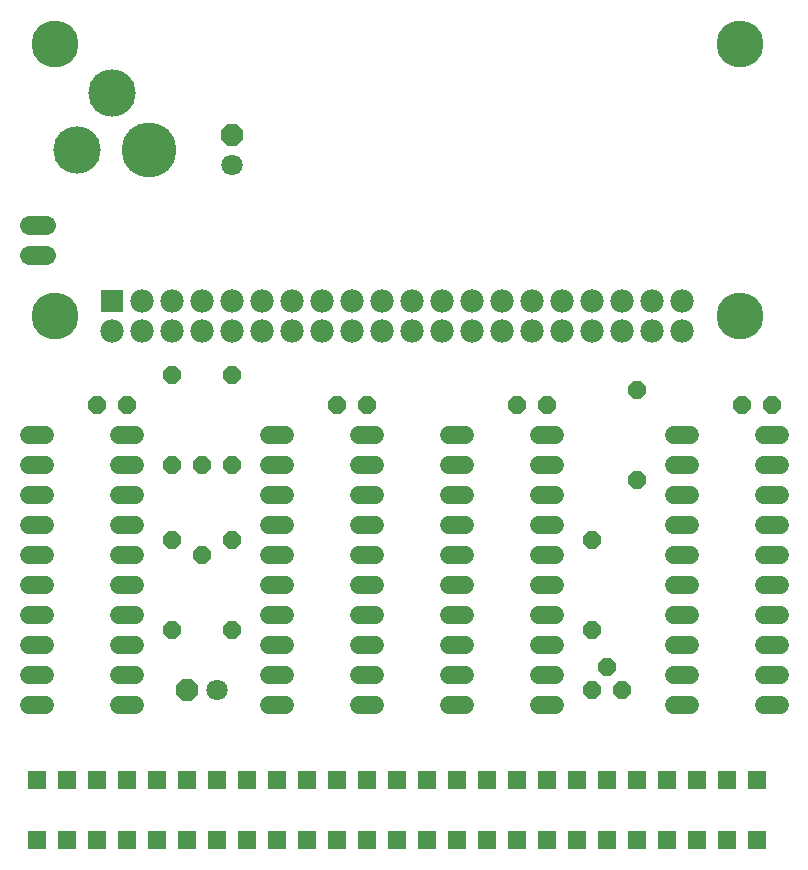
<source format=gts>
G04 EAGLE Gerber RS-274X export*
G75*
%MOMM*%
%FSLAX34Y34*%
%LPD*%
%INSoldermask Top*%
%IPPOS*%
%AMOC8*
5,1,8,0,0,1.08239X$1,22.5*%
G01*
%ADD10R,1.611200X1.611200*%
%ADD11P,1.649562X8X202.500000*%
%ADD12P,1.951982X8X202.500000*%
%ADD13C,1.803400*%
%ADD14R,1.981200X1.981200*%
%ADD15C,1.981200*%
%ADD16C,3.969200*%
%ADD17C,1.524000*%
%ADD18C,1.625600*%
%ADD19C,4.648200*%
%ADD20C,4.013200*%
%ADD21P,1.951982X8X112.500000*%
%ADD22P,1.649562X8X112.500000*%
%ADD23P,1.649562X8X292.500000*%
%ADD24P,1.649562X8X22.500000*%


D10*
X38100Y25400D03*
X38100Y76200D03*
X63500Y25400D03*
X63500Y76200D03*
X88900Y25400D03*
X88900Y76200D03*
X114300Y25400D03*
X114300Y76200D03*
X139700Y25400D03*
X139700Y76200D03*
X165100Y25400D03*
X165100Y76200D03*
X190500Y25400D03*
X190500Y76200D03*
X215900Y25400D03*
X215900Y76200D03*
X241300Y25400D03*
X241300Y76200D03*
X266700Y25400D03*
X266700Y76200D03*
X292100Y25400D03*
X292100Y76200D03*
X317500Y25400D03*
X317500Y76200D03*
X342900Y25400D03*
X342900Y76200D03*
X368300Y25400D03*
X368300Y76200D03*
X393700Y25400D03*
X393700Y76200D03*
X419100Y25400D03*
X419100Y76200D03*
X444500Y25400D03*
X444500Y76200D03*
X469900Y25400D03*
X469900Y76200D03*
X495300Y25400D03*
X495300Y76200D03*
X520700Y25400D03*
X520700Y76200D03*
X546100Y25400D03*
X546100Y76200D03*
X571500Y25400D03*
X571500Y76200D03*
X596900Y25400D03*
X596900Y76200D03*
X622300Y25400D03*
X622300Y76200D03*
X647700Y25400D03*
X647700Y76200D03*
D11*
X660400Y393700D03*
X635000Y393700D03*
D12*
X165100Y152400D03*
D13*
X190500Y152400D03*
D14*
X101600Y481900D03*
D15*
X101600Y456500D03*
X127000Y481900D03*
X127000Y456500D03*
X152400Y481900D03*
X152400Y456500D03*
X177800Y481900D03*
X177800Y456500D03*
X203200Y481900D03*
X203200Y456500D03*
X228600Y481900D03*
X228600Y456500D03*
X254000Y481900D03*
X254000Y456500D03*
X279400Y481900D03*
X279400Y456500D03*
X304800Y481900D03*
X304800Y456500D03*
X330200Y481900D03*
X330200Y456500D03*
X355600Y481900D03*
X355600Y456500D03*
X381000Y481900D03*
X381000Y456500D03*
X406400Y481900D03*
X406400Y456500D03*
X431800Y481900D03*
X431800Y456500D03*
X457200Y481900D03*
X457200Y456500D03*
X482600Y481900D03*
X482600Y456500D03*
X508000Y481900D03*
X508000Y456500D03*
X533400Y481900D03*
X533400Y456500D03*
X558800Y481900D03*
X558800Y456500D03*
X584200Y481900D03*
X584200Y456500D03*
D16*
X52900Y699200D03*
X52900Y469200D03*
X632900Y469200D03*
X632900Y699200D03*
D17*
X590804Y368300D02*
X577596Y368300D01*
X577596Y342900D02*
X590804Y342900D01*
X590804Y215900D02*
X577596Y215900D01*
X577596Y190500D02*
X590804Y190500D01*
X590804Y317500D02*
X577596Y317500D01*
X577596Y292100D02*
X590804Y292100D01*
X590804Y241300D02*
X577596Y241300D01*
X577596Y266700D02*
X590804Y266700D01*
X590804Y165100D02*
X577596Y165100D01*
X577596Y139700D02*
X590804Y139700D01*
X653796Y139700D02*
X667004Y139700D01*
X667004Y165100D02*
X653796Y165100D01*
X653796Y190500D02*
X667004Y190500D01*
X667004Y215900D02*
X653796Y215900D01*
X653796Y241300D02*
X667004Y241300D01*
X667004Y266700D02*
X653796Y266700D01*
X653796Y292100D02*
X667004Y292100D01*
X667004Y317500D02*
X653796Y317500D01*
X653796Y342900D02*
X667004Y342900D01*
X667004Y368300D02*
X653796Y368300D01*
X44704Y368300D02*
X31496Y368300D01*
X31496Y342900D02*
X44704Y342900D01*
X44704Y215900D02*
X31496Y215900D01*
X31496Y190500D02*
X44704Y190500D01*
X44704Y317500D02*
X31496Y317500D01*
X31496Y292100D02*
X44704Y292100D01*
X44704Y241300D02*
X31496Y241300D01*
X31496Y266700D02*
X44704Y266700D01*
X44704Y165100D02*
X31496Y165100D01*
X31496Y139700D02*
X44704Y139700D01*
X107696Y139700D02*
X120904Y139700D01*
X120904Y165100D02*
X107696Y165100D01*
X107696Y190500D02*
X120904Y190500D01*
X120904Y215900D02*
X107696Y215900D01*
X107696Y241300D02*
X120904Y241300D01*
X120904Y266700D02*
X107696Y266700D01*
X107696Y292100D02*
X120904Y292100D01*
X120904Y317500D02*
X107696Y317500D01*
X107696Y342900D02*
X120904Y342900D01*
X120904Y368300D02*
X107696Y368300D01*
D18*
X45212Y520700D02*
X30988Y520700D01*
X30988Y546100D02*
X45212Y546100D01*
D19*
X132600Y609600D03*
D20*
X71600Y609600D03*
X101600Y657600D03*
D21*
X203200Y622300D03*
D13*
X203200Y596900D03*
D22*
X203200Y342900D03*
X203200Y419100D03*
D23*
X546100Y406400D03*
X546100Y330200D03*
D11*
X114300Y393700D03*
X88900Y393700D03*
X317500Y393700D03*
X292100Y393700D03*
X469900Y393700D03*
X444500Y393700D03*
D23*
X203200Y279400D03*
X203200Y203200D03*
X177800Y342900D03*
X177800Y266700D03*
D24*
X533400Y152400D03*
X520700Y171450D03*
X508000Y152400D03*
D23*
X508000Y279400D03*
X508000Y203200D03*
D17*
X247904Y368300D02*
X234696Y368300D01*
X234696Y342900D02*
X247904Y342900D01*
X247904Y215900D02*
X234696Y215900D01*
X234696Y190500D02*
X247904Y190500D01*
X247904Y317500D02*
X234696Y317500D01*
X234696Y292100D02*
X247904Y292100D01*
X247904Y241300D02*
X234696Y241300D01*
X234696Y266700D02*
X247904Y266700D01*
X247904Y165100D02*
X234696Y165100D01*
X234696Y139700D02*
X247904Y139700D01*
X310896Y139700D02*
X324104Y139700D01*
X324104Y165100D02*
X310896Y165100D01*
X310896Y190500D02*
X324104Y190500D01*
X324104Y215900D02*
X310896Y215900D01*
X310896Y241300D02*
X324104Y241300D01*
X324104Y266700D02*
X310896Y266700D01*
X310896Y292100D02*
X324104Y292100D01*
X324104Y317500D02*
X310896Y317500D01*
X310896Y342900D02*
X324104Y342900D01*
X324104Y368300D02*
X310896Y368300D01*
X387096Y368300D02*
X400304Y368300D01*
X400304Y342900D02*
X387096Y342900D01*
X387096Y215900D02*
X400304Y215900D01*
X400304Y190500D02*
X387096Y190500D01*
X387096Y317500D02*
X400304Y317500D01*
X400304Y292100D02*
X387096Y292100D01*
X387096Y241300D02*
X400304Y241300D01*
X400304Y266700D02*
X387096Y266700D01*
X387096Y165100D02*
X400304Y165100D01*
X400304Y139700D02*
X387096Y139700D01*
X463296Y139700D02*
X476504Y139700D01*
X476504Y165100D02*
X463296Y165100D01*
X463296Y190500D02*
X476504Y190500D01*
X476504Y215900D02*
X463296Y215900D01*
X463296Y241300D02*
X476504Y241300D01*
X476504Y266700D02*
X463296Y266700D01*
X463296Y292100D02*
X476504Y292100D01*
X476504Y317500D02*
X463296Y317500D01*
X463296Y342900D02*
X476504Y342900D01*
X476504Y368300D02*
X463296Y368300D01*
D22*
X152400Y203200D03*
X152400Y279400D03*
X152400Y342900D03*
X152400Y419100D03*
M02*

</source>
